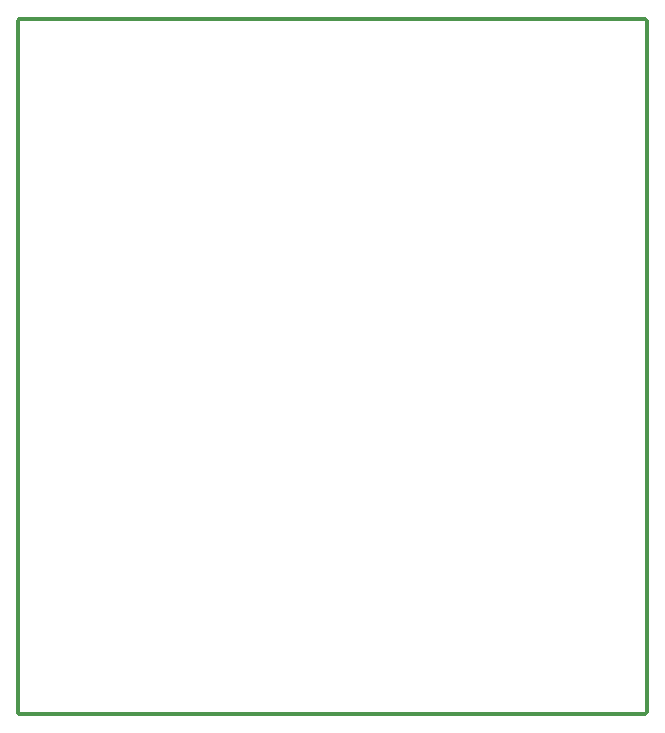
<source format=gko>
G04*
G04 #@! TF.GenerationSoftware,Altium Limited,Altium Designer,22.10.1 (41)*
G04*
G04 Layer_Color=16711935*
%FSLAX44Y44*%
%MOMM*%
G71*
G04*
G04 #@! TF.SameCoordinates,CF2D2C2D-E053-46F7-9F59-BE4F3A44D851*
G04*
G04*
G04 #@! TF.FilePolarity,Positive*
G04*
G01*
G75*
%ADD59C,0.3000*%
D59*
X531500Y605000D02*
G03*
X530000Y606500I-1500J0D01*
G01*
X531500Y605000D02*
G03*
X530000Y606500I-1500J0D01*
G01*
Y18500D02*
G03*
X531500Y20000I0J1500D01*
G01*
X530000Y18500D02*
G03*
X531500Y20000I0J1500D01*
G01*
X-0Y606500D02*
G03*
X-1500Y605000I0J-1500D01*
G01*
X-0Y606500D02*
G03*
X-1500Y605000I0J-1500D01*
G01*
Y20000D02*
G03*
X-0Y18500I1500J0D01*
G01*
X-1500Y20000D02*
G03*
X-0Y18500I1500J0D01*
G01*
X531500Y20000D02*
Y605000D01*
X-0Y606500D02*
X530000D01*
X-0Y18500D02*
X530000D01*
X-1500Y20000D02*
Y605000D01*
M02*

</source>
